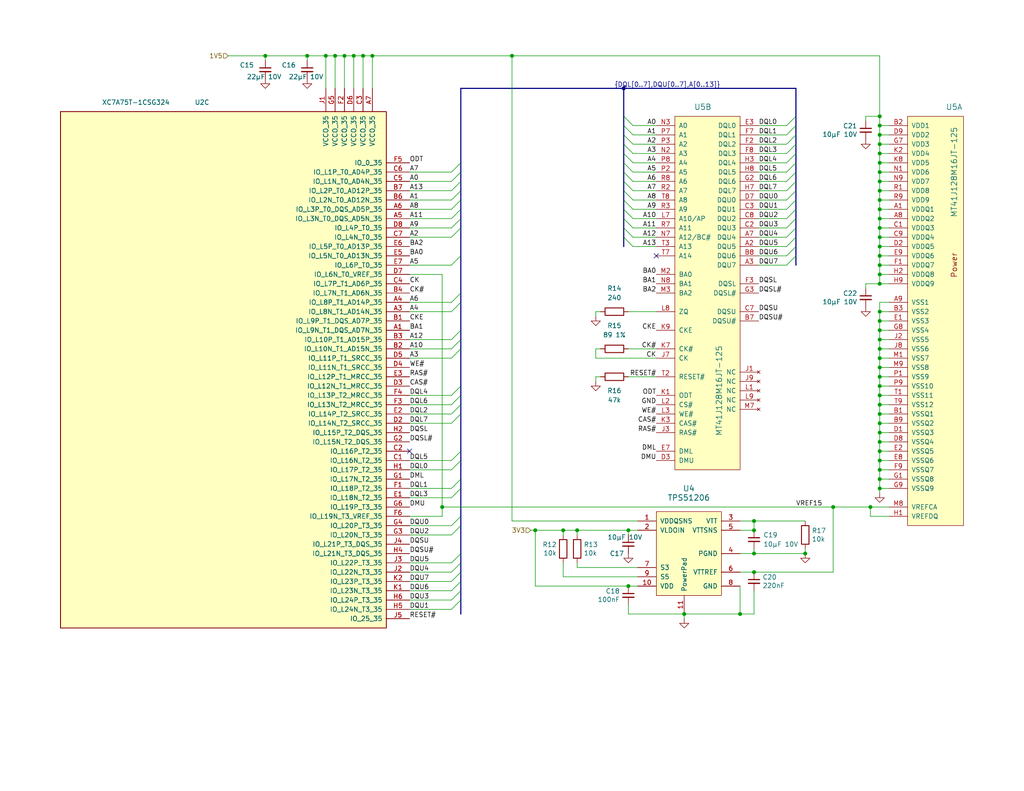
<source format=kicad_sch>
(kicad_sch (version 20211123) (generator eeschema)
  (paper "A")
  (title_block (title "Memory") (date "2022-01-11") (rev "${Version}") (company "RetroComputing Reproductions"))
  (junction (at 101.6 15.24))
  (junction (at 240.03 133.35))
  (junction (at 171.45 160.02))
  (junction (at 240.03 130.81))
  (junction (at 240.03 87.63))
  (junction (at 205.74 142.24))
  (junction (at 240.03 123.19))
  (junction (at 240.03 113.03))
  (junction (at 205.74 151.13))
  (junction (at 240.03 34.29))
  (junction (at 219.71 151.13))
  (junction (at 240.03 128.27))
  (junction (at 240.03 118.11))
  (junction (at 240.03 54.61))
  (junction (at 240.03 67.31))
  (junction (at 240.03 57.15))
  (junction (at 240.03 72.39))
  (junction (at 139.7 15.24))
  (junction (at 240.03 31.75))
  (junction (at 91.44 15.24))
  (junction (at 240.03 39.37))
  (junction (at 186.69 167.64))
  (junction (at 240.03 62.23))
  (junction (at 240.03 95.25))
  (junction (at 240.03 69.85))
  (junction (at 240.03 36.83))
  (junction (at 240.03 49.53))
  (junction (at 72.39 15.24))
  (junction (at 240.03 105.41))
  (junction (at 99.06 15.24))
  (junction (at 240.03 64.77))
  (junction (at 240.03 115.57))
  (junction (at 96.52 15.24))
  (junction (at 240.03 100.33))
  (junction (at 88.9 15.24))
  (junction (at 93.98 15.24))
  (junction (at 240.03 110.49))
  (junction (at 240.03 97.79))
  (junction (at 240.03 107.95))
  (junction (at 240.03 120.65))
  (junction (at 240.03 90.17))
  (junction (at 240.03 59.69))
  (junction (at 201.93 167.64))
  (junction (at 146.05 144.78))
  (junction (at 240.03 52.07))
  (junction (at 153.67 144.78))
  (junction (at 240.03 41.91))
  (junction (at 237.49 138.43))
  (junction (at 205.74 144.78))
  (junction (at 240.03 74.93))
  (junction (at 240.03 102.87))
  (junction (at 227.33 138.43))
  (junction (at 157.48 144.78))
  (junction (at 83.82 15.24))
  (junction (at 240.03 77.47))
  (junction (at 170.18 24.13))
  (junction (at 171.45 144.78))
  (junction (at 120.65 138.43))
  (junction (at 240.03 85.09))
  (junction (at 240.03 92.71))
  (junction (at 240.03 125.73))
  (junction (at 205.74 156.21))
  (junction (at 240.03 44.45))
  (junction (at 240.03 46.99))
  (no_connect (at 111.76 123.19))
  (no_connect (at 179.07 69.85))
  (bus_entry (at 172.72 62.23) (size -2.54 -2.54))
  (bus_entry (at 123.19 82.55) (size 2.54 -2.54))
  (bus_entry (at 123.19 133.35) (size 2.54 -2.54))
  (bus_entry (at 123.19 49.53) (size 2.54 -2.54))
  (bus_entry (at 172.72 52.07) (size -2.54 -2.54))
  (bus_entry (at 123.19 107.95) (size 2.54 -2.54))
  (bus_entry (at 214.63 46.99) (size 2.54 -2.54))
  (bus_entry (at 172.72 59.69) (size -2.54 -2.54))
  (bus_entry (at 214.63 49.53) (size 2.54 -2.54))
  (bus_entry (at 123.19 54.61) (size 2.54 -2.54))
  (bus_entry (at 172.72 39.37) (size -2.54 -2.54))
  (bus_entry (at 123.19 158.75) (size 2.54 -2.54))
  (bus_entry (at 214.63 67.31) (size 2.54 -2.54))
  (bus_entry (at 172.72 41.91) (size -2.54 -2.54))
  (bus_entry (at 172.72 54.61) (size -2.54 -2.54))
  (bus_entry (at 172.72 64.77) (size -2.54 -2.54))
  (bus_entry (at 214.63 44.45) (size 2.54 -2.54))
  (bus_entry (at 214.63 64.77) (size 2.54 -2.54))
  (bus_entry (at 172.72 57.15) (size -2.54 -2.54))
  (bus_entry (at 123.19 143.51) (size 2.54 -2.54))
  (bus_entry (at 123.19 95.25) (size 2.54 -2.54))
  (bus_entry (at 123.19 146.05) (size 2.54 -2.54))
  (bus_entry (at 214.63 72.39) (size 2.54 -2.54))
  (bus_entry (at 214.63 34.29) (size 2.54 -2.54))
  (bus_entry (at 214.63 52.07) (size 2.54 -2.54))
  (bus_entry (at 214.63 41.91) (size 2.54 -2.54))
  (bus_entry (at 214.63 62.23) (size 2.54 -2.54))
  (bus_entry (at 214.63 69.85) (size 2.54 -2.54))
  (bus_entry (at 123.19 153.67) (size 2.54 -2.54))
  (bus_entry (at 123.19 92.71) (size 2.54 -2.54))
  (bus_entry (at 214.63 59.69) (size 2.54 -2.54))
  (bus_entry (at 214.63 57.15) (size 2.54 -2.54))
  (bus_entry (at 172.72 49.53) (size -2.54 -2.54))
  (bus_entry (at 123.19 46.99) (size 2.54 -2.54))
  (bus_entry (at 123.19 128.27) (size 2.54 -2.54))
  (bus_entry (at 123.19 59.69) (size 2.54 -2.54))
  (bus_entry (at 123.19 115.57) (size 2.54 -2.54))
  (bus_entry (at 123.19 161.29) (size 2.54 -2.54))
  (bus_entry (at 214.63 54.61) (size 2.54 -2.54))
  (bus_entry (at 214.63 39.37) (size 2.54 -2.54))
  (bus_entry (at 123.19 135.89) (size 2.54 -2.54))
  (bus_entry (at 172.72 34.29) (size -2.54 -2.54))
  (bus_entry (at 123.19 57.15) (size 2.54 -2.54))
  (bus_entry (at 214.63 36.83) (size 2.54 -2.54))
  (bus_entry (at 123.19 166.37) (size 2.54 -2.54))
  (bus_entry (at 123.19 72.39) (size 2.54 -2.54))
  (bus_entry (at 123.19 62.23) (size 2.54 -2.54))
  (bus_entry (at 123.19 64.77) (size 2.54 -2.54))
  (bus_entry (at 172.72 46.99) (size -2.54 -2.54))
  (bus_entry (at 123.19 163.83) (size 2.54 -2.54))
  (bus_entry (at 123.19 85.09) (size 2.54 -2.54))
  (bus_entry (at 172.72 36.83) (size -2.54 -2.54))
  (bus_entry (at 123.19 156.21) (size 2.54 -2.54))
  (bus_entry (at 123.19 110.49) (size 2.54 -2.54))
  (bus_entry (at 123.19 113.03) (size 2.54 -2.54))
  (bus_entry (at 123.19 125.73) (size 2.54 -2.54))
  (bus_entry (at 123.19 52.07) (size 2.54 -2.54))
  (bus_entry (at 123.19 97.79) (size 2.54 -2.54))
  (bus_entry (at 172.72 67.31) (size -2.54 -2.54))
  (bus_entry (at 172.72 44.45) (size -2.54 -2.54))
  (wire (pts (xy 240.03 77.47) (xy 242.57 77.47)))
  (wire (pts (xy 111.76 158.75) (xy 123.19 158.75)))
  (wire (pts (xy 240.03 64.77) (xy 240.03 67.31)))
  (wire (pts (xy 240.03 52.07) (xy 240.03 54.61)))
  (bus (pts (xy 170.18 39.37) (xy 170.18 41.91)))
  (wire (pts (xy 236.22 33.02) (xy 236.22 31.75)))
  (bus (pts (xy 125.73 82.55) (xy 125.73 90.17)))
  (bus (pts (xy 170.18 41.91) (xy 170.18 44.45)))
  (wire (pts (xy 171.45 146.05) (xy 171.45 144.78)))
  (wire (pts (xy 207.01 36.83) (xy 214.63 36.83)))
  (wire (pts (xy 236.22 31.75) (xy 240.03 31.75)))
  (bus (pts (xy 170.18 54.61) (xy 170.18 57.15)))
  (bus (pts (xy 217.17 49.53) (xy 217.17 46.99)))
  (bus (pts (xy 170.18 46.99) (xy 170.18 49.53)))
  (bus (pts (xy 170.18 34.29) (xy 170.18 36.83)))
  (bus (pts (xy 217.17 34.29) (xy 217.17 31.75)))
  (bus (pts (xy 125.73 62.23) (xy 125.73 69.85)))
  (bus (pts (xy 125.73 125.73) (xy 125.73 130.81)))
  (wire (pts (xy 111.76 107.95) (xy 123.19 107.95)))
  (wire (pts (xy 179.07 49.53) (xy 172.72 49.53)))
  (wire (pts (xy 240.03 120.65) (xy 242.57 120.65)))
  (wire (pts (xy 240.03 74.93) (xy 240.03 77.47)))
  (wire (pts (xy 240.03 105.41) (xy 242.57 105.41)))
  (wire (pts (xy 240.03 57.15) (xy 242.57 57.15)))
  (wire (pts (xy 111.76 54.61) (xy 123.19 54.61)))
  (wire (pts (xy 111.76 46.99) (xy 123.19 46.99)))
  (bus (pts (xy 217.17 54.61) (xy 217.17 52.07)))
  (wire (pts (xy 240.03 46.99) (xy 240.03 49.53)))
  (bus (pts (xy 170.18 31.75) (xy 170.18 34.29)))
  (wire (pts (xy 111.76 82.55) (xy 123.19 82.55)))
  (bus (pts (xy 125.73 57.15) (xy 125.73 59.69)))
  (wire (pts (xy 205.74 142.24) (xy 205.74 144.78)))
  (wire (pts (xy 236.22 77.47) (xy 240.03 77.47)))
  (bus (pts (xy 125.73 130.81) (xy 125.73 133.35)))
  (wire (pts (xy 240.03 31.75) (xy 240.03 34.29)))
  (wire (pts (xy 111.76 125.73) (xy 123.19 125.73)))
  (wire (pts (xy 179.07 67.31) (xy 172.72 67.31)))
  (wire (pts (xy 111.76 85.09) (xy 123.19 85.09)))
  (wire (pts (xy 179.07 34.29) (xy 172.72 34.29)))
  (wire (pts (xy 240.03 41.91) (xy 242.57 41.91)))
  (bus (pts (xy 125.73 44.45) (xy 125.73 46.99)))
  (wire (pts (xy 240.03 128.27) (xy 240.03 130.81)))
  (wire (pts (xy 111.76 163.83) (xy 123.19 163.83)))
  (wire (pts (xy 162.56 95.25) (xy 163.83 95.25)))
  (bus (pts (xy 217.17 64.77) (xy 217.17 62.23)))
  (wire (pts (xy 120.65 138.43) (xy 120.65 74.93)))
  (wire (pts (xy 205.74 142.24) (xy 219.71 142.24)))
  (bus (pts (xy 125.73 110.49) (xy 125.73 113.03)))
  (wire (pts (xy 179.07 46.99) (xy 172.72 46.99)))
  (wire (pts (xy 111.76 115.57) (xy 123.19 115.57)))
  (wire (pts (xy 171.45 167.64) (xy 186.69 167.64)))
  (bus (pts (xy 217.17 52.07) (xy 217.17 49.53)))
  (wire (pts (xy 240.03 133.35) (xy 240.03 134.62)))
  (bus (pts (xy 217.17 72.39) (xy 217.17 69.85)))
  (wire (pts (xy 240.03 97.79) (xy 242.57 97.79)))
  (wire (pts (xy 240.03 92.71) (xy 242.57 92.71)))
  (wire (pts (xy 171.45 160.02) (xy 146.05 160.02)))
  (wire (pts (xy 111.76 52.07) (xy 123.19 52.07)))
  (wire (pts (xy 240.03 133.35) (xy 242.57 133.35)))
  (wire (pts (xy 111.76 166.37) (xy 123.19 166.37)))
  (wire (pts (xy 207.01 52.07) (xy 214.63 52.07)))
  (wire (pts (xy 242.57 140.97) (xy 237.49 140.97)))
  (wire (pts (xy 240.03 39.37) (xy 240.03 41.91)))
  (wire (pts (xy 240.03 110.49) (xy 242.57 110.49)))
  (wire (pts (xy 242.57 82.55) (xy 240.03 82.55)))
  (wire (pts (xy 91.44 24.13) (xy 91.44 15.24)))
  (wire (pts (xy 240.03 95.25) (xy 240.03 97.79)))
  (wire (pts (xy 111.76 95.25) (xy 123.19 95.25)))
  (wire (pts (xy 111.76 59.69) (xy 123.19 59.69)))
  (wire (pts (xy 227.33 156.21) (xy 227.33 138.43)))
  (wire (pts (xy 242.57 34.29) (xy 240.03 34.29)))
  (wire (pts (xy 237.49 140.97) (xy 237.49 138.43)))
  (wire (pts (xy 186.69 167.64) (xy 201.93 167.64)))
  (wire (pts (xy 240.03 49.53) (xy 240.03 52.07)))
  (bus (pts (xy 125.73 163.83) (xy 125.73 167.64)))
  (wire (pts (xy 236.22 78.74) (xy 236.22 77.47)))
  (wire (pts (xy 205.74 151.13) (xy 219.71 151.13)))
  (wire (pts (xy 88.9 15.24) (xy 91.44 15.24)))
  (wire (pts (xy 179.07 39.37) (xy 172.72 39.37)))
  (wire (pts (xy 93.98 24.13) (xy 93.98 15.24)))
  (wire (pts (xy 72.39 16.51) (xy 72.39 15.24)))
  (bus (pts (xy 217.17 67.31) (xy 217.17 64.77)))
  (wire (pts (xy 99.06 24.13) (xy 99.06 15.24)))
  (wire (pts (xy 111.76 156.21) (xy 123.19 156.21)))
  (wire (pts (xy 207.01 64.77) (xy 214.63 64.77)))
  (bus (pts (xy 125.73 133.35) (xy 125.73 140.97)))
  (wire (pts (xy 96.52 15.24) (xy 99.06 15.24)))
  (wire (pts (xy 207.01 62.23) (xy 214.63 62.23)))
  (wire (pts (xy 240.03 90.17) (xy 240.03 92.71)))
  (wire (pts (xy 240.03 72.39) (xy 240.03 74.93)))
  (wire (pts (xy 240.03 82.55) (xy 240.03 85.09)))
  (wire (pts (xy 240.03 72.39) (xy 242.57 72.39)))
  (wire (pts (xy 240.03 62.23) (xy 240.03 64.77)))
  (wire (pts (xy 240.03 115.57) (xy 240.03 118.11)))
  (wire (pts (xy 162.56 85.09) (xy 162.56 86.36)))
  (wire (pts (xy 240.03 105.41) (xy 240.03 107.95)))
  (bus (pts (xy 170.18 57.15) (xy 170.18 59.69)))
  (wire (pts (xy 240.03 115.57) (xy 242.57 115.57)))
  (wire (pts (xy 179.07 52.07) (xy 172.72 52.07)))
  (wire (pts (xy 153.67 144.78) (xy 157.48 144.78)))
  (wire (pts (xy 171.45 165.1) (xy 171.45 167.64)))
  (bus (pts (xy 125.73 151.13) (xy 125.73 153.67)))
  (bus (pts (xy 125.73 69.85) (xy 125.73 80.01)))
  (wire (pts (xy 72.39 15.24) (xy 83.82 15.24)))
  (bus (pts (xy 125.73 158.75) (xy 125.73 161.29)))
  (wire (pts (xy 111.76 153.67) (xy 123.19 153.67)))
  (wire (pts (xy 173.99 142.24) (xy 139.7 142.24)))
  (wire (pts (xy 240.03 118.11) (xy 242.57 118.11)))
  (bus (pts (xy 125.73 95.25) (xy 125.73 105.41)))
  (bus (pts (xy 217.17 31.75) (xy 217.17 24.13)))
  (wire (pts (xy 240.03 54.61) (xy 240.03 57.15)))
  (wire (pts (xy 96.52 24.13) (xy 96.52 15.24)))
  (bus (pts (xy 125.73 46.99) (xy 125.73 49.53)))
  (bus (pts (xy 125.73 140.97) (xy 125.73 143.51)))
  (bus (pts (xy 125.73 153.67) (xy 125.73 156.21)))
  (wire (pts (xy 205.74 167.64) (xy 205.74 161.29)))
  (bus (pts (xy 170.18 44.45) (xy 170.18 46.99)))
  (wire (pts (xy 240.03 74.93) (xy 242.57 74.93)))
  (wire (pts (xy 240.03 100.33) (xy 240.03 102.87)))
  (wire (pts (xy 207.01 67.31) (xy 214.63 67.31)))
  (wire (pts (xy 101.6 15.24) (xy 101.6 24.13)))
  (wire (pts (xy 111.76 49.53) (xy 123.19 49.53)))
  (bus (pts (xy 125.73 156.21) (xy 125.73 158.75)))
  (wire (pts (xy 179.07 44.45) (xy 172.72 44.45)))
  (wire (pts (xy 240.03 57.15) (xy 240.03 59.69)))
  (wire (pts (xy 201.93 151.13) (xy 205.74 151.13)))
  (wire (pts (xy 240.03 110.49) (xy 240.03 113.03)))
  (wire (pts (xy 120.65 140.97) (xy 120.65 138.43)))
  (wire (pts (xy 162.56 97.79) (xy 179.07 97.79)))
  (wire (pts (xy 91.44 15.24) (xy 93.98 15.24)))
  (bus (pts (xy 125.73 123.19) (xy 125.73 125.73)))
  (wire (pts (xy 120.65 138.43) (xy 227.33 138.43)))
  (wire (pts (xy 240.03 113.03) (xy 242.57 113.03)))
  (wire (pts (xy 111.76 140.97) (xy 120.65 140.97)))
  (wire (pts (xy 111.76 97.79) (xy 123.19 97.79)))
  (wire (pts (xy 111.76 74.93) (xy 120.65 74.93)))
  (bus (pts (xy 217.17 69.85) (xy 217.17 67.31)))
  (wire (pts (xy 207.01 39.37) (xy 214.63 39.37)))
  (wire (pts (xy 240.03 125.73) (xy 242.57 125.73)))
  (wire (pts (xy 171.45 95.25) (xy 179.07 95.25)))
  (wire (pts (xy 111.76 161.29) (xy 123.19 161.29)))
  (wire (pts (xy 139.7 15.24) (xy 240.03 15.24)))
  (wire (pts (xy 146.05 160.02) (xy 146.05 144.78)))
  (wire (pts (xy 240.03 123.19) (xy 240.03 125.73)))
  (wire (pts (xy 240.03 44.45) (xy 240.03 46.99)))
  (wire (pts (xy 111.76 143.51) (xy 123.19 143.51)))
  (wire (pts (xy 101.6 15.24) (xy 139.7 15.24)))
  (wire (pts (xy 83.82 15.24) (xy 88.9 15.24)))
  (wire (pts (xy 179.07 59.69) (xy 172.72 59.69)))
  (wire (pts (xy 144.78 144.78) (xy 146.05 144.78)))
  (bus (pts (xy 125.73 107.95) (xy 125.73 110.49)))
  (wire (pts (xy 153.67 146.05) (xy 153.67 144.78)))
  (wire (pts (xy 240.03 120.65) (xy 240.03 123.19)))
  (wire (pts (xy 237.49 138.43) (xy 242.57 138.43)))
  (wire (pts (xy 171.45 144.78) (xy 173.99 144.78)))
  (wire (pts (xy 242.57 85.09) (xy 240.03 85.09)))
  (wire (pts (xy 201.93 167.64) (xy 205.74 167.64)))
  (bus (pts (xy 217.17 44.45) (xy 217.17 41.91)))
  (bus (pts (xy 217.17 41.91) (xy 217.17 39.37)))
  (wire (pts (xy 162.56 97.79) (xy 162.56 95.25)))
  (wire (pts (xy 240.03 69.85) (xy 242.57 69.85)))
  (bus (pts (xy 125.73 80.01) (xy 125.73 82.55)))
  (bus (pts (xy 217.17 57.15) (xy 217.17 54.61)))
  (bus (pts (xy 125.73 24.13) (xy 125.73 44.45)))
  (wire (pts (xy 157.48 144.78) (xy 171.45 144.78)))
  (wire (pts (xy 111.76 64.77) (xy 123.19 64.77)))
  (wire (pts (xy 207.01 57.15) (xy 214.63 57.15)))
  (bus (pts (xy 170.18 24.13) (xy 125.73 24.13)))
  (bus (pts (xy 125.73 49.53) (xy 125.73 52.07)))
  (wire (pts (xy 111.76 133.35) (xy 123.19 133.35)))
  (bus (pts (xy 170.18 24.13) (xy 170.18 31.75)))
  (wire (pts (xy 227.33 138.43) (xy 237.49 138.43)))
  (bus (pts (xy 125.73 143.51) (xy 125.73 151.13)))
  (wire (pts (xy 240.03 130.81) (xy 242.57 130.81)))
  (wire (pts (xy 240.03 118.11) (xy 240.03 120.65)))
  (wire (pts (xy 207.01 44.45) (xy 214.63 44.45)))
  (bus (pts (xy 217.17 39.37) (xy 217.17 36.83)))
  (wire (pts (xy 201.93 160.02) (xy 201.93 167.64)))
  (wire (pts (xy 179.07 62.23) (xy 172.72 62.23)))
  (wire (pts (xy 240.03 95.25) (xy 242.57 95.25)))
  (wire (pts (xy 162.56 102.87) (xy 163.83 102.87)))
  (wire (pts (xy 201.93 156.21) (xy 205.74 156.21)))
  (wire (pts (xy 111.76 128.27) (xy 123.19 128.27)))
  (wire (pts (xy 153.67 153.67) (xy 153.67 157.48)))
  (wire (pts (xy 240.03 107.95) (xy 242.57 107.95)))
  (bus (pts (xy 170.18 59.69) (xy 170.18 62.23)))
  (wire (pts (xy 240.03 102.87) (xy 240.03 105.41)))
  (wire (pts (xy 111.76 135.89) (xy 123.19 135.89)))
  (wire (pts (xy 83.82 16.51) (xy 83.82 15.24)))
  (wire (pts (xy 186.69 167.64) (xy 186.69 168.91)))
  (wire (pts (xy 153.67 157.48) (xy 173.99 157.48)))
  (wire (pts (xy 171.45 102.87) (xy 179.07 102.87)))
  (wire (pts (xy 240.03 59.69) (xy 242.57 59.69)))
  (bus (pts (xy 125.73 161.29) (xy 125.73 163.83)))
  (wire (pts (xy 240.03 54.61) (xy 242.57 54.61)))
  (wire (pts (xy 179.07 54.61) (xy 172.72 54.61)))
  (wire (pts (xy 240.03 87.63) (xy 242.57 87.63)))
  (wire (pts (xy 207.01 54.61) (xy 214.63 54.61)))
  (wire (pts (xy 111.76 57.15) (xy 123.19 57.15)))
  (wire (pts (xy 240.03 97.79) (xy 240.03 100.33)))
  (wire (pts (xy 201.93 144.78) (xy 205.74 144.78)))
  (bus (pts (xy 125.73 92.71) (xy 125.73 95.25)))
  (bus (pts (xy 170.18 62.23) (xy 170.18 64.77)))
  (wire (pts (xy 240.03 123.19) (xy 242.57 123.19)))
  (wire (pts (xy 240.03 62.23) (xy 242.57 62.23)))
  (wire (pts (xy 240.03 41.91) (xy 240.03 44.45)))
  (wire (pts (xy 240.03 67.31) (xy 240.03 69.85)))
  (wire (pts (xy 240.03 100.33) (xy 242.57 100.33)))
  (wire (pts (xy 111.76 92.71) (xy 123.19 92.71)))
  (wire (pts (xy 111.76 113.03) (xy 123.19 113.03)))
  (wire (pts (xy 240.03 49.53) (xy 242.57 49.53)))
  (bus (pts (xy 170.18 49.53) (xy 170.18 52.07)))
  (wire (pts (xy 240.03 113.03) (xy 240.03 115.57)))
  (wire (pts (xy 240.03 69.85) (xy 240.03 72.39)))
  (wire (pts (xy 240.03 59.69) (xy 240.03 62.23)))
  (wire (pts (xy 179.07 57.15) (xy 172.72 57.15)))
  (wire (pts (xy 240.03 34.29) (xy 240.03 36.83)))
  (wire (pts (xy 62.23 15.24) (xy 72.39 15.24)))
  (bus (pts (xy 125.73 59.69) (xy 125.73 62.23)))
  (wire (pts (xy 111.76 72.39) (xy 123.19 72.39)))
  (wire (pts (xy 207.01 34.29) (xy 214.63 34.29)))
  (wire (pts (xy 93.98 15.24) (xy 96.52 15.24)))
  (bus (pts (xy 125.73 54.61) (xy 125.73 57.15)))
  (wire (pts (xy 240.03 90.17) (xy 242.57 90.17)))
  (wire (pts (xy 162.56 104.14) (xy 162.56 102.87)))
  (wire (pts (xy 240.03 67.31) (xy 242.57 67.31)))
  (wire (pts (xy 179.07 64.77) (xy 172.72 64.77)))
  (bus (pts (xy 125.73 113.03) (xy 125.73 123.19)))
  (bus (pts (xy 217.17 62.23) (xy 217.17 59.69)))
  (wire (pts (xy 240.03 36.83) (xy 242.57 36.83)))
  (bus (pts (xy 217.17 59.69) (xy 217.17 57.15)))
  (wire (pts (xy 240.03 87.63) (xy 240.03 90.17)))
  (wire (pts (xy 240.03 64.77) (xy 242.57 64.77)))
  (wire (pts (xy 240.03 39.37) (xy 242.57 39.37)))
  (bus (pts (xy 170.18 36.83) (xy 170.18 39.37)))
  (wire (pts (xy 240.03 107.95) (xy 240.03 110.49)))
  (wire (pts (xy 207.01 69.85) (xy 214.63 69.85)))
  (wire (pts (xy 201.93 142.24) (xy 205.74 142.24)))
  (bus (pts (xy 217.17 24.13) (xy 170.18 24.13)))
  (wire (pts (xy 163.83 85.09) (xy 162.56 85.09)))
  (wire (pts (xy 240.03 128.27) (xy 242.57 128.27)))
  (wire (pts (xy 146.05 144.78) (xy 153.67 144.78)))
  (wire (pts (xy 205.74 151.13) (xy 205.74 149.86)))
  (wire (pts (xy 157.48 154.94) (xy 173.99 154.94)))
  (wire (pts (xy 173.99 160.02) (xy 171.45 160.02)))
  (wire (pts (xy 207.01 46.99) (xy 214.63 46.99)))
  (wire (pts (xy 101.6 15.24) (xy 99.06 15.24)))
  (wire (pts (xy 207.01 72.39) (xy 214.63 72.39)))
  (bus (pts (xy 125.73 90.17) (xy 125.73 92.71)))
  (wire (pts (xy 179.07 36.83) (xy 172.72 36.83)))
  (wire (pts (xy 240.03 46.99) (xy 242.57 46.99)))
  (wire (pts (xy 240.03 15.24) (xy 240.03 31.75)))
  (bus (pts (xy 125.73 105.41) (xy 125.73 107.95)))
  (bus (pts (xy 170.18 64.77) (xy 170.18 67.31)))
  (wire (pts (xy 240.03 44.45) (xy 242.57 44.45)))
  (wire (pts (xy 240.03 85.09) (xy 240.03 87.63)))
  (wire (pts (xy 205.74 156.21) (xy 227.33 156.21)))
  (wire (pts (xy 157.48 153.67) (xy 157.48 154.94)))
  (wire (pts (xy 88.9 24.13) (xy 88.9 15.24)))
  (wire (pts (xy 139.7 15.24) (xy 139.7 142.24)))
  (wire (pts (xy 240.03 130.81) (xy 240.03 133.35)))
  (wire (pts (xy 240.03 102.87) (xy 242.57 102.87)))
  (bus (pts (xy 217.17 46.99) (xy 217.17 44.45)))
  (bus (pts (xy 125.73 52.07) (xy 125.73 54.61)))
  (wire (pts (xy 157.48 146.05) (xy 157.48 144.78)))
  (wire (pts (xy 240.03 52.07) (xy 242.57 52.07)))
  (wire (pts (xy 171.45 85.09) (xy 179.07 85.09)))
  (wire (pts (xy 111.76 62.23) (xy 123.19 62.23)))
  (bus (pts (xy 217.17 36.83) (xy 217.17 34.29)))
  (wire (pts (xy 240.03 36.83) (xy 240.03 39.37)))
  (wire (pts (xy 240.03 92.71) (xy 240.03 95.25)))
  (wire (pts (xy 207.01 59.69) (xy 214.63 59.69)))
  (wire (pts (xy 207.01 41.91) (xy 214.63 41.91)))
  (wire (pts (xy 207.01 49.53) (xy 214.63 49.53)))
  (wire (pts (xy 240.03 125.73) (xy 240.03 128.27)))
  (wire (pts (xy 111.76 110.49) (xy 123.19 110.49)))
  (wire (pts (xy 219.71 151.13) (xy 219.71 149.86)))
  (wire (pts (xy 111.76 146.05) (xy 123.19 146.05)))
  (wire (pts (xy 179.07 41.91) (xy 172.72 41.91)))
  (bus (pts (xy 170.18 52.07) (xy 170.18 54.61)))
  (label "DQL1" (at 207.01 36.83 0))
  (label "DQSL#" (at 111.76 120.65 0))
  (label "BA0" (at 111.76 69.85 0))
  (label "A3" (at 179.07 41.91 180))
  (label "DMU" (at 111.76 138.43 0))
  (label "DQL3" (at 111.76 135.89 0))
  (label "A9" (at 111.76 62.23 0))
  (label "GND" (at 179.07 110.49 180))
  (label "DQU0" (at 111.76 143.51 0))
  (label "DQL6" (at 207.01 49.53 0))
  (label "A5" (at 179.07 46.99 180))
  (label "A0" (at 179.07 34.29 180))
  (label "DQU1" (at 207.01 57.15 0))
  (label "A12" (at 179.07 64.77 180))
  (label "ODT" (at 179.07 107.95 180))
  (label "A6" (at 179.07 49.53 180))
  (label "DQU3" (at 111.76 163.83 0))
  (label "DQL5" (at 207.01 46.99 0))
  (label "CK" (at 179.07 97.79 180))
  (label "DQL6" (at 111.76 110.49 0))
  (label "DQSU#" (at 207.01 87.63 0))
  (label "A13" (at 111.76 52.07 0))
  (label "A10" (at 111.76 95.25 0))
  (label "DQU6" (at 111.76 161.29 0))
  (label "A7" (at 111.76 46.99 0))
  (label "A6" (at 111.76 82.55 0))
  (label "DQSL" (at 111.76 118.11 0))
  (label "DML" (at 179.07 123.19 180))
  (label "DQL4" (at 207.01 44.45 0))
  (label "A8" (at 111.76 57.15 0))
  (label "BA2" (at 179.07 80.01 180))
  (label "BA0" (at 179.07 74.93 180))
  (label "A2" (at 179.07 39.37 180))
  (label "CK#" (at 179.07 95.25 180))
  (label "DQL4" (at 111.76 107.95 0))
  (label "DQU6" (at 207.01 69.85 0))
  (label "DQL5" (at 111.76 125.73 0))
  (label "A2" (at 111.76 64.77 0))
  (label "DQL0" (at 111.76 128.27 0))
  (label "A13" (at 179.07 67.31 180))
  (label "DML" (at 111.76 130.81 0))
  (label "DQU7" (at 207.01 72.39 0))
  (label "{DQL[0..7],DQU[0..7],A[0..13]}" (at 167.64 24.13 0))
  (label "DQU5" (at 111.76 153.67 0))
  (label "RESET#" (at 179.07 102.87 180))
  (label "A7" (at 179.07 52.07 180))
  (label "DQU5" (at 207.01 67.31 0))
  (label "DQSU" (at 207.01 85.09 0))
  (label "DQU4" (at 111.76 156.21 0))
  (label "A5" (at 111.76 72.39 0))
  (label "A11" (at 179.07 62.23 180))
  (label "A11" (at 111.76 59.69 0))
  (label "A4" (at 179.07 44.45 180))
  (label "DQSU#" (at 111.76 151.13 0))
  (label "DQU1" (at 111.76 166.37 0))
  (label "DQL2" (at 111.76 113.03 0))
  (label "ODT" (at 111.76 44.45 0))
  (label "DQL7" (at 111.76 115.57 0))
  (label "A10" (at 179.07 59.69 180))
  (label "A1" (at 179.07 36.83 180))
  (label "DMU" (at 179.07 125.73 180))
  (label "CAS#" (at 179.07 115.57 180))
  (label "RESET#" (at 111.76 168.91 0))
  (label "DQU7" (at 111.76 158.75 0))
  (label "DQL2" (at 207.01 39.37 0))
  (label "DQL3" (at 207.01 41.91 0))
  (label "BA1" (at 179.07 77.47 180))
  (label "RAS#" (at 111.76 102.87 0))
  (label "DQL1" (at 111.76 133.35 0))
  (label "A9" (at 179.07 57.15 180))
  (label "DQU2" (at 207.01 59.69 0))
  (label "DQL0" (at 207.01 34.29 0))
  (label "WE#" (at 111.76 100.33 0))
  (label "A4" (at 111.76 85.09 0))
  (label "A3" (at 111.76 97.79 0))
  (label "A1" (at 111.76 54.61 0))
  (label "A8" (at 179.07 54.61 180))
  (label "BA2" (at 111.76 67.31 0))
  (label "DQU4" (at 207.01 64.77 0))
  (label "A12" (at 111.76 92.71 0))
  (label "CKE" (at 111.76 87.63 0))
  (label "DQU3" (at 207.01 62.23 0))
  (label "VREF15" (at 217.17 138.43 0))
  (label "DQL7" (at 207.01 52.07 0))
  (label "DQU2" (at 111.76 146.05 0))
  (label "CAS#" (at 111.76 105.41 0))
  (label "A0" (at 111.76 49.53 0))
  (label "CK#" (at 111.76 80.01 0))
  (label "CKE" (at 179.07 90.17 180))
  (label "DQSU" (at 111.76 148.59 0))
  (label "CK" (at 111.76 77.47 0))
  (label "BA1" (at 111.76 90.17 0))
  (label "DQSL" (at 207.01 77.47 0))
  (label "WE#" (at 179.07 113.03 180))
  (label "DQU0" (at 207.01 54.61 0))
  (label "RAS#" (at 179.07 118.11 180))
  (label "DQSL#" (at 207.01 80.01 0))
  (hierarchical_label "1V5" (shape input) (at 62.23 15.24 180))
  (hierarchical_label "3V3" (shape input) (at 144.78 144.78 180))
  (symbol (lib_id "Device:C_Small") (at 171.45 148.59 0) (unit 1)
    (property "Reference" "C17" (at 166.37 151.13 0) (effects (justify left)))
    (property "Value" "10µF 10V" (at 165.735 146.685 0) (effects (justify left)))
    (property "Footprint" "Capacitor_SMD:C_0603_1608Metric" (effects hide))
    (property "Description" "Cap 10uF 10V 0603" (effects hide))
    (property "type" "SMD" (effects hide))
  )
  (symbol (lib_id "Device:R") (at 167.64 102.87 270) (unit 1)
    (property "Reference" "R16" (at 167.64 106.68 90))
    (property "Value" "47k" (at 167.64 109.22 90))
    (property "Footprint" "Resistor_SMD:R_0603_1608Metric" (effects hide))
    (property "type" "SMD" (effects hide))
    (property "Description" "Res 47k 0603" (effects hide))
  )
  (symbol (lib_id "power:GND") (at 236.22 38.1 0) (mirror y) (unit 1)
    (property "Reference" "#PWR0263" (effects hide))
    (property "Value" "GND" (effects hide))
  )
  (symbol (lib_id "myLib:IS43TR16128B") (at 194.31 34.29 0) (unit 2)
    (property "Reference" "U5" (at 191.77 29.21 0) (effects (font (size 1.524 1.524))))
    (property "Value" "MT41J128M16JT-125" (at 196.215 106.68 90) (effects (font (size 1.524 1.524))))
    (property "Footprint" "Package_BGA:BGA-96_9.0x13.0mm_Layout2x3x16_P0.8mm" (effects hide))
    (property "Datasheet" "http://www.issi.com/WW/pdf/43-46TR16128B-82560BL.pdf" (effects hide))
    (property "manf#" "MT41J128M16JT-125" (effects hide))
    (property "Manu" "Micron" (effects hide))
    (property "Description" "2Gb (128Mx16) DDR3 SDRAM" (effects hide))
    (property "type" "SMD" (effects hide))
  )
  (symbol (lib_id "power:GND") (at 186.69 168.91 0) (unit 1)
    (property "Reference" "#PWR0267" (effects hide))
    (property "Value" "GND" (effects hide))
  )
  (symbol (lib_id "power:GND") (at 236.22 83.82 0) (mirror y) (unit 1)
    (property "Reference" "#PWR0269" (effects hide))
    (property "Value" "GND" (effects hide))
  )
  (symbol (lib_id "Device:R") (at 157.48 149.86 180) (unit 1)
    (property "Reference" "R13" (at 159.258 148.6916 0) (effects (justify right)))
    (property "Value" "10k" (at 159.258 151.003 0) (effects (justify right)))
    (property "Footprint" "Resistor_SMD:R_0603_1608Metric" (effects hide))
    (property "type" "SMD" (effects hide))
    (property "Description" "Res 10k 0603" (effects hide))
  )
  (symbol (lib_id "FPGA_Xilinx_Artix7:XC7A75T-CSG324") (at 60.96 97.79 0) (mirror y) (unit 3)
    (property "Reference" "U2" (at 57.15 27.94 0) (effects (justify left)))
    (property "Value" "XC7A75T-1CSG324" (at 46.355 27.94 0) (effects (justify left)))
    (property "Footprint" "Package_BGA:Xilinx_CSG324" (effects hide))
    (property "manf#" "XC7A75T-1CSG324C" (effects hide))
    (property "Manu" "Xilinx" (effects hide))
    (property "Description" "Xilinx Artix-7 FPGA" (effects hide))
    (property "type" "SMD" (effects hide))
  )
  (symbol (lib_id "Device:C_Small") (at 236.22 35.56 0) (unit 1)
    (property "Reference" "C21" (at 233.9086 34.3916 0) (effects (justify right)))
    (property "Value" "10µF 10V" (at 233.9086 36.703 0) (effects (justify right)))
    (property "Footprint" "Capacitor_SMD:C_0603_1608Metric" (effects hide))
    (property "Description" "Cap 10uF 10V 0603" (effects hide))
    (property "type" "SMD" (effects hide))
  )
  (symbol (lib_id "power:GND") (at 219.71 151.13 0) (unit 1)
    (property "Reference" "#PWR0268" (effects hide))
    (property "Value" "GND" (effects hide))
  )
  (symbol (lib_id "Device:C_Small") (at 205.74 147.32 0) (mirror y) (unit 1)
    (property "Reference" "C19" (at 208.28 146.0562 0) (effects (justify right)))
    (property "Value" "10µF 10V" (at 208.28 148.5962 0) (effects (justify right)))
    (property "Footprint" "Capacitor_SMD:C_0603_1608Metric" (effects hide))
    (property "Description" "Cap 10uF 10V 0603" (effects hide))
    (property "type" "SMD" (effects hide))
  )
  (symbol (lib_id "power:GND") (at 72.39 21.59 0) (mirror y) (unit 1)
    (property "Reference" "#PWR0260" (effects hide))
    (property "Value" "GND" (effects hide))
  )
  (symbol (lib_id "Device:R") (at 167.64 85.09 270) (unit 1)
    (property "Reference" "R14" (at 167.64 78.74 90))
    (property "Value" "240" (at 167.64 81.28 90))
    (property "Footprint" "Resistor_SMD:R_0603_1608Metric" (effects hide))
    (property "type" "SMD" (effects hide))
    (property "Description" "Res 240 0603" (effects hide))
  )
  (symbol (lib_id "Device:C_Small") (at 72.39 19.05 0) (unit 1)
    (property "Reference" "C15" (at 65.405 17.78 0) (effects (justify left)))
    (property "Value" "22µF 10V" (at 67.31 20.955 0) (effects (justify left)))
    (property "Footprint" "Capacitor_SMD:C_0603_1608Metric" (effects hide))
    (property "Description" "Cap 22uF 10V 0603" (effects hide))
    (property "type" "SMD" (effects hide))
  )
  (symbol (lib_id "Device:R") (at 153.67 149.86 180) (unit 1)
    (property "Reference" "R12" (at 151.9174 148.6916 0) (effects (justify left)))
    (property "Value" "10k" (at 151.9174 151.003 0) (effects (justify left)))
    (property "Footprint" "Resistor_SMD:R_0603_1608Metric" (effects hide))
    (property "type" "SMD" (effects hide))
    (property "Description" "Res 10k 0603" (effects hide))
  )
  (symbol (lib_id "Device:R") (at 167.64 95.25 270) (unit 1)
    (property "Reference" "R15" (at 167.64 88.9 90))
    (property "Value" "89 1%" (at 167.64 91.44 90))
    (property "Footprint" "Resistor_SMD:R_0603_1608Metric" (effects hide))
    (property "type" "SMD" (effects hide))
    (property "Description" "Res 89 1% 0603" (effects hide))
  )
  (symbol (lib_id "power:GND") (at 162.56 86.36 0) (unit 1)
    (property "Reference" "#PWR0266" (effects hide))
    (property "Value" "GND" (effects hide))
  )
  (symbol (lib_id "Device:C_Small") (at 83.82 19.05 0) (unit 1)
    (property "Reference" "C16" (at 76.835 17.78 0) (effects (justify left)))
    (property "Value" "22µF 10V" (at 78.74 20.955 0) (effects (justify left)))
    (property "Footprint" "Capacitor_SMD:C_0603_1608Metric" (effects hide))
    (property "Description" "Cap 22uF 10V 0603" (effects hide))
    (property "type" "SMD" (effects hide))
  )
  (symbol (lib_id "power:GND") (at 171.45 151.13 0) (unit 1)
    (property "Reference" "#PWR0264" (effects hide))
    (property "Value" "GND" (effects hide))
  )
  (symbol (lib_id "myLib:TPS51206") (at 179.07 142.24 0) (unit 1)
    (property "Reference" "U4" (at 187.96 133.35 0) (effects (font (size 1.524 1.524))))
    (property "Value" "TPS51206" (at 187.96 135.89 0) (effects (font (size 1.524 1.524))))
    (property "Footprint" "myMods:WSON-10-1EP_2x2mm_P0.4mm_EP0.9x1.5mm_ThermalVias" (effects hide))
    (property "Datasheet" "http://www.ti.com/lit/ds/symlink/tps51206.pdf" (effects hide))
    (property "manf#" "TPS51206DSQT" (effects hide))
    (property "Description" "VTTREF Reference for DDR3" (effects hide))
    (property "Manu" "TI" (effects hide))
    (property "type" "SMD" (effects hide))
  )
  (symbol (lib_id "Device:C_Small") (at 205.74 158.75 0) (mirror y) (unit 1)
    (property "Reference" "C20" (at 208.0514 157.5816 0) (effects (justify right)))
    (property "Value" "220nF" (at 208.0514 159.893 0) (effects (justify right)))
    (property "Footprint" "Capacitor_SMD:C_0603_1608Metric" (effects hide))
    (property "Description" "Cap 220nF 0603" (effects hide))
    (property "type" "SMD" (effects hide))
  )
  (symbol (lib_id "Device:C_Small") (at 236.22 81.28 0) (unit 1)
    (property "Reference" "C22" (at 233.9086 80.1116 0) (effects (justify right)))
    (property "Value" "10µF 10V" (at 233.9086 82.423 0) (effects (justify right)))
    (property "Footprint" "Capacitor_SMD:C_0603_1608Metric" (effects hide))
    (property "Description" "Cap 10uF 10V 0603" (effects hide))
    (property "type" "SMD" (effects hide))
  )
  (symbol (lib_id "power:GND") (at 240.03 134.62 0) (mirror y) (unit 1)
    (property "Reference" "#PWR0262" (effects hide))
    (property "Value" "GND" (effects hide))
  )
  (symbol (lib_id "Device:R") (at 219.71 146.05 180) (unit 1)
    (property "Reference" "R17" (at 221.488 144.8816 0) (effects (justify right)))
    (property "Value" "10k" (at 221.488 147.193 0) (effects (justify right)))
    (property "Footprint" "Resistor_SMD:R_0603_1608Metric" (effects hide))
    (property "type" "SMD" (effects hide))
    (property "Description" "Res 10k 0603" (effects hide))
  )
  (symbol (lib_id "Device:C_Small") (at 171.45 162.56 0) (unit 1)
    (property "Reference" "C18" (at 169.1386 161.3916 0) (effects (justify right)))
    (property "Value" "100nF" (at 169.1386 163.703 0) (effects (justify right)))
    (property "Footprint" "Capacitor_SMD:C_0603_1608Metric" (effects hide))
    (property "Description" "Cap 100nF 0603" (effects hide))
    (property "type" "SMD" (effects hide))
  )
  (symbol (lib_id "power:GND") (at 83.82 21.59 0) (mirror y) (unit 1)
    (property "Reference" "#PWR0261" (effects hide))
    (property "Value" "GND" (effects hide))
  )
  (symbol (lib_id "power:GND") (at 162.56 104.14 0) (unit 1)
    (property "Reference" "#PWR0265" (effects hide))
    (property "Value" "GND" (effects hide))
  )
  (symbol (lib_id "myLib:IS43TR16128B") (at 257.81 34.29 0) (mirror y) (unit 1)
    (property "Reference" "U5" (at 260.35 29.21 0) (effects (font (size 1.524 1.524))))
    (property "Value" "MT41J128M16JT-125" (at 260.35 46.99 90) (effects (font (size 1.524 1.524))))
    (property "Footprint" "Package_BGA:BGA-96_9.0x13.0mm_Layout2x3x16_P0.8mm" (effects hide))
    (property "Datasheet" "http://www.issi.com/WW/pdf/43-46TR16128B-82560BL.pdf" (effects hide))
    (property "manf#" "MT41J128M16JT-125" (effects hide))
    (property "Manu" "Micron" (effects hide))
    (property "Description" "2Gb (128Mx16) DDR3 SDRAM" (effects hide))
    (property "type" "SMD" (effects hide))
  )
)
</source>
